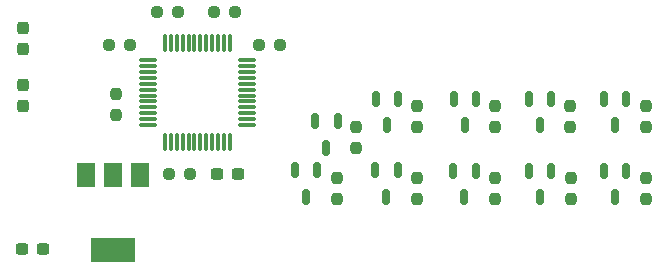
<source format=gbr>
%TF.GenerationSoftware,KiCad,Pcbnew,7.0.9*%
%TF.CreationDate,2025-01-22T01:01:42+01:00*%
%TF.ProjectId,MaotekEDP,4d616f74-656b-4454-9450-2e6b69636164,rev?*%
%TF.SameCoordinates,Original*%
%TF.FileFunction,Paste,Top*%
%TF.FilePolarity,Positive*%
%FSLAX46Y46*%
G04 Gerber Fmt 4.6, Leading zero omitted, Abs format (unit mm)*
G04 Created by KiCad (PCBNEW 7.0.9) date 2025-01-22 01:01:42*
%MOMM*%
%LPD*%
G01*
G04 APERTURE LIST*
G04 Aperture macros list*
%AMRoundRect*
0 Rectangle with rounded corners*
0 $1 Rounding radius*
0 $2 $3 $4 $5 $6 $7 $8 $9 X,Y pos of 4 corners*
0 Add a 4 corners polygon primitive as box body*
4,1,4,$2,$3,$4,$5,$6,$7,$8,$9,$2,$3,0*
0 Add four circle primitives for the rounded corners*
1,1,$1+$1,$2,$3*
1,1,$1+$1,$4,$5*
1,1,$1+$1,$6,$7*
1,1,$1+$1,$8,$9*
0 Add four rect primitives between the rounded corners*
20,1,$1+$1,$2,$3,$4,$5,0*
20,1,$1+$1,$4,$5,$6,$7,0*
20,1,$1+$1,$6,$7,$8,$9,0*
20,1,$1+$1,$8,$9,$2,$3,0*%
G04 Aperture macros list end*
%ADD10RoundRect,0.237500X-0.300000X-0.237500X0.300000X-0.237500X0.300000X0.237500X-0.300000X0.237500X0*%
%ADD11RoundRect,0.237500X0.237500X-0.250000X0.237500X0.250000X-0.237500X0.250000X-0.237500X-0.250000X0*%
%ADD12RoundRect,0.237500X-0.237500X0.250000X-0.237500X-0.250000X0.237500X-0.250000X0.237500X0.250000X0*%
%ADD13RoundRect,0.237500X0.250000X0.237500X-0.250000X0.237500X-0.250000X-0.237500X0.250000X-0.237500X0*%
%ADD14RoundRect,0.150000X-0.150000X0.512500X-0.150000X-0.512500X0.150000X-0.512500X0.150000X0.512500X0*%
%ADD15RoundRect,0.237500X-0.237500X0.300000X-0.237500X-0.300000X0.237500X-0.300000X0.237500X0.300000X0*%
%ADD16RoundRect,0.237500X0.300000X0.237500X-0.300000X0.237500X-0.300000X-0.237500X0.300000X-0.237500X0*%
%ADD17RoundRect,0.075000X-0.662500X-0.075000X0.662500X-0.075000X0.662500X0.075000X-0.662500X0.075000X0*%
%ADD18RoundRect,0.075000X-0.075000X-0.662500X0.075000X-0.662500X0.075000X0.662500X-0.075000X0.662500X0*%
%ADD19RoundRect,0.237500X-0.250000X-0.237500X0.250000X-0.237500X0.250000X0.237500X-0.250000X0.237500X0*%
%ADD20R,1.500000X2.000000*%
%ADD21R,3.800000X2.000000*%
G04 APERTURE END LIST*
D10*
%TO.C,C13*%
X149759500Y-73406000D03*
X151484500Y-73406000D03*
%TD*%
D11*
%TO.C,C19*%
X157734000Y-62126500D03*
X157734000Y-60301500D03*
%TD*%
D12*
%TO.C,R11*%
X202570000Y-67402500D03*
X202570000Y-69227500D03*
%TD*%
D13*
%TO.C,R14*%
X163980500Y-67056000D03*
X162155500Y-67056000D03*
%TD*%
D14*
%TO.C,Q7*%
X194564000Y-60706000D03*
X192664000Y-60706000D03*
X193614000Y-62981000D03*
%TD*%
%TO.C,Q8*%
X194564000Y-66802000D03*
X192664000Y-66802000D03*
X193614000Y-69077000D03*
%TD*%
D12*
%TO.C,R6*%
X189804000Y-61306500D03*
X189804000Y-63131500D03*
%TD*%
D15*
%TO.C,C18*%
X149860000Y-59589500D03*
X149860000Y-61314500D03*
%TD*%
D14*
%TO.C,Q1*%
X176464000Y-62616500D03*
X174564000Y-62616500D03*
X175514000Y-64891500D03*
%TD*%
D16*
%TO.C,C16*%
X167994500Y-67056000D03*
X166269500Y-67056000D03*
%TD*%
D13*
%TO.C,C22*%
X171600500Y-56134000D03*
X169775500Y-56134000D03*
%TD*%
%TO.C,R12*%
X158900500Y-56134000D03*
X157075500Y-56134000D03*
%TD*%
D14*
%TO.C,Q3*%
X181610000Y-60706000D03*
X179710000Y-60706000D03*
X180660000Y-62981000D03*
%TD*%
D12*
%TO.C,R10*%
X202570000Y-61306500D03*
X202570000Y-63131500D03*
%TD*%
%TO.C,R2*%
X178054000Y-63095500D03*
X178054000Y-64920500D03*
%TD*%
D14*
%TO.C,Q10*%
X200914000Y-66802000D03*
X199014000Y-66802000D03*
X199964000Y-69077000D03*
%TD*%
D17*
%TO.C,U1*%
X160429500Y-57452000D03*
X160429500Y-57952000D03*
X160429500Y-58452000D03*
X160429500Y-58952000D03*
X160429500Y-59452000D03*
X160429500Y-59952000D03*
X160429500Y-60452000D03*
X160429500Y-60952000D03*
X160429500Y-61452000D03*
X160429500Y-61952000D03*
X160429500Y-62452000D03*
X160429500Y-62952000D03*
D18*
X161842000Y-64364500D03*
X162342000Y-64364500D03*
X162842000Y-64364500D03*
X163342000Y-64364500D03*
X163842000Y-64364500D03*
X164342000Y-64364500D03*
X164842000Y-64364500D03*
X165342000Y-64364500D03*
X165842000Y-64364500D03*
X166342000Y-64364500D03*
X166842000Y-64364500D03*
X167342000Y-64364500D03*
D17*
X168754500Y-62952000D03*
X168754500Y-62452000D03*
X168754500Y-61952000D03*
X168754500Y-61452000D03*
X168754500Y-60952000D03*
X168754500Y-60452000D03*
X168754500Y-59952000D03*
X168754500Y-59452000D03*
X168754500Y-58952000D03*
X168754500Y-58452000D03*
X168754500Y-57952000D03*
X168754500Y-57452000D03*
D18*
X167342000Y-56039500D03*
X166842000Y-56039500D03*
X166342000Y-56039500D03*
X165842000Y-56039500D03*
X165342000Y-56039500D03*
X164842000Y-56039500D03*
X164342000Y-56039500D03*
X163842000Y-56039500D03*
X163342000Y-56039500D03*
X162842000Y-56039500D03*
X162342000Y-56039500D03*
X161842000Y-56039500D03*
%TD*%
D14*
%TO.C,Q9*%
X200914000Y-60706000D03*
X199014000Y-60706000D03*
X199964000Y-62981000D03*
%TD*%
D19*
%TO.C,C20*%
X161139500Y-53340000D03*
X162964500Y-53340000D03*
%TD*%
D14*
%TO.C,Q2*%
X174752000Y-66791000D03*
X172852000Y-66791000D03*
X173802000Y-69066000D03*
%TD*%
%TO.C,Q4*%
X181544000Y-66791000D03*
X179644000Y-66791000D03*
X180594000Y-69066000D03*
%TD*%
D19*
%TO.C,R13*%
X165965500Y-53340000D03*
X167790500Y-53340000D03*
%TD*%
D12*
%TO.C,R7*%
X189804000Y-67402500D03*
X189804000Y-69227500D03*
%TD*%
%TO.C,R9*%
X196220000Y-67402500D03*
X196220000Y-69227500D03*
%TD*%
%TO.C,R5*%
X183200000Y-67402500D03*
X183200000Y-69227500D03*
%TD*%
%TO.C,R4*%
X183200000Y-61306500D03*
X183200000Y-63131500D03*
%TD*%
%TO.C,R8*%
X196154000Y-61306500D03*
X196154000Y-63131500D03*
%TD*%
D20*
%TO.C,U2*%
X159766000Y-67208000D03*
X157466000Y-67208000D03*
D21*
X157466000Y-73508000D03*
D20*
X155166000Y-67208000D03*
%TD*%
D15*
%TO.C,C17*%
X149860000Y-54763500D03*
X149860000Y-56488500D03*
%TD*%
D12*
%TO.C,R3*%
X176408000Y-67402500D03*
X176408000Y-69227500D03*
%TD*%
D14*
%TO.C,Q6*%
X188148000Y-66802000D03*
X186248000Y-66802000D03*
X187198000Y-69077000D03*
%TD*%
%TO.C,Q5*%
X188214000Y-60706000D03*
X186314000Y-60706000D03*
X187264000Y-62981000D03*
%TD*%
M02*

</source>
